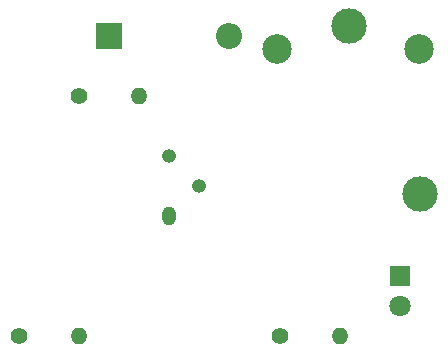
<source format=gbr>
%TF.GenerationSoftware,KiCad,Pcbnew,(6.0.4)*%
%TF.CreationDate,2022-05-29T18:16:18+05:30*%
%TF.ProjectId,TOUCH ON AND OFF SWTICH CIRCUIT,544f5543-4820-44f4-9e20-414e44204f46,rev?*%
%TF.SameCoordinates,Original*%
%TF.FileFunction,Soldermask,Bot*%
%TF.FilePolarity,Negative*%
%FSLAX46Y46*%
G04 Gerber Fmt 4.6, Leading zero omitted, Abs format (unit mm)*
G04 Created by KiCad (PCBNEW (6.0.4)) date 2022-05-29 18:16:18*
%MOMM*%
%LPD*%
G01*
G04 APERTURE LIST*
%ADD10C,3.000000*%
%ADD11C,2.500000*%
%ADD12O,1.200000X1.600000*%
%ADD13O,1.200000X1.200000*%
%ADD14C,1.400000*%
%ADD15O,1.400000X1.400000*%
%ADD16R,1.800000X1.800000*%
%ADD17C,1.800000*%
%ADD18R,2.200000X2.200000*%
%ADD19O,2.200000X2.200000*%
G04 APERTURE END LIST*
D10*
%TO.C,K1*%
X59195000Y-21980000D03*
D11*
X53145000Y-23930000D03*
D10*
X65195000Y-36180000D03*
D11*
X65145000Y-23930000D03*
%TD*%
D12*
%TO.C,Q1*%
X43955000Y-38100000D03*
D13*
X46495000Y-35560000D03*
X43955000Y-33020000D03*
%TD*%
D14*
%TO.C,R3*%
X31255000Y-48260000D03*
D15*
X36335000Y-48260000D03*
%TD*%
D14*
%TO.C,R1*%
X36335000Y-27940000D03*
D15*
X41415000Y-27940000D03*
%TD*%
D16*
%TO.C,L1*%
X63500000Y-43180000D03*
D17*
X63500000Y-45720000D03*
%TD*%
D18*
%TO.C,D1*%
X38875000Y-22860000D03*
D19*
X49035000Y-22860000D03*
%TD*%
D14*
%TO.C,R2*%
X53340000Y-48260000D03*
D15*
X58420000Y-48260000D03*
%TD*%
M02*

</source>
